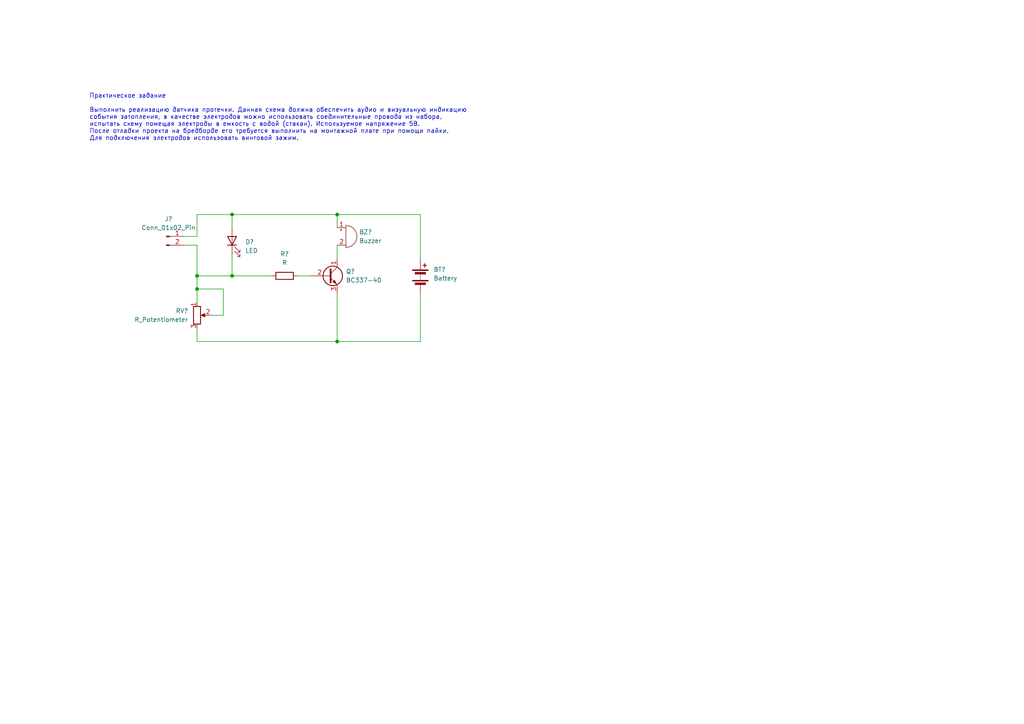
<source format=kicad_sch>
(kicad_sch (version 20231120) (generator "eeschema") (generator_version "8.0")
  (paper "A4")
  (lib_symbols
    (symbol "Connector:Conn_01x02_Pin" (pin_names (offset 1.016) hide)
      (property "Reference" "J" (at 0 2.54 0))
      (property "Value" "Conn_01x02_Pin" (at 0 -5.08 0))
      (symbol "Conn_01x02_Pin_1_1"
        (polyline (pts (xy 1.27 -2.54) (xy 0.8636 -2.54)) (stroke (width 0.1524)))
        (polyline (pts (xy 1.27 0) (xy 0.8636 0)) (stroke (width 0.1524)))
        (rectangle (start 0.8636 -2.413) (end 0 -2.667) (stroke (width 0.1524)) (fill (type outline)))
        (rectangle (start 0.8636 0.127) (end 0 -0.127) (stroke (width 0.1524)) (fill (type outline)))
        (pin passive line (at 5.08 0 180) (length 3.81) (name "Pin_1") (number "1"))
        (pin passive line (at 5.08 -2.54 180) (length 3.81) (name "Pin_2") (number "2"))
      )
    )
    (symbol "Device:Battery" (pin_numbers hide) (pin_names (offset 0) hide)
      (property "Reference" "BT" (at 2.54 2.54 0))
      (property "Value" "Battery" (at 2.54 0 0))
      (symbol "Battery_0_1"
        (rectangle (start -2.286 -1.27) (end 2.286 -1.524) (fill (type outline)))
        (rectangle (start -2.286 1.778) (end 2.286 1.524) (fill (type outline)))
        (rectangle (start -1.524 -2.032) (end 1.524 -2.54) (fill (type outline)))
        (rectangle (start -1.524 1.016) (end 1.524 0.508) (fill (type outline)))
        (polyline (pts (xy 0 -1.016) (xy 0 -0.762)))
        (polyline (pts (xy 0 -0.508) (xy 0 -0.254)))
        (polyline (pts (xy 0 0) (xy 0 0.254)))
        (polyline (pts (xy 0 1.778) (xy 0 2.54)))
        (polyline (pts (xy 0.762 3.048) (xy 1.778 3.048)) (stroke (width 0.254)))
        (polyline (pts (xy 1.27 3.556) (xy 1.27 2.54)) (stroke (width 0.254)))
      )
      (symbol "Battery_1_1"
        (pin passive line (at 0 5.08 270) (length 2.54) (name "+") (number "1"))
        (pin passive line (at 0 -5.08 90) (length 2.54) (name "-") (number "2"))
      )
    )
    (symbol "Device:Buzzer" (pin_names (offset 0.0254) hide)
      (property "Reference" "BZ" (at 3.81 1.27 0))
      (property "Value" "Buzzer" (at 3.81 -1.27 0))
      (symbol "Buzzer_0_1"
        (arc (start 0 -3.175) (mid 3.1612 0) (end 0 3.175))
        (polyline (pts (xy -1.651 1.905) (xy -1.143 1.905)))
        (polyline (pts (xy -1.397 2.159) (xy -1.397 1.651)))
        (polyline (pts (xy 0 3.175) (xy 0 -3.175)))
      )
      (symbol "Buzzer_1_1"
        (pin passive line (at -2.54 2.54 0) (length 2.54) (name "+") (number "1"))
        (pin passive line (at -2.54 -2.54 0) (length 2.54) (name "-") (number "2"))
      )
    )
    (symbol "Device:LED" (pin_numbers hide) (pin_names (offset 1.016) hide)
      (property "Reference" "D" (at 0 2.54 0))
      (property "Value" "LED" (at 0 -2.54 0))
      (symbol "LED_0_1"
        (polyline (pts (xy -1.27 -1.27) (xy -1.27 1.27)) (stroke (width 0.254)))
        (polyline (pts (xy -1.27 0) (xy 1.27 0)))
        (polyline (pts (xy 1.27 -1.27) (xy 1.27 1.27) (xy -1.27 0) (xy 1.27 -1.27)) (stroke (width 0.254)))
        (polyline (pts (xy -3.048 -0.762) (xy -4.572 -2.286) (xy -3.81 -2.286) (xy -4.572 -2.286) (xy -4.572 -1.524)))
        (polyline (pts (xy -1.778 -0.762) (xy -3.302 -2.286) (xy -2.54 -2.286) (xy -3.302 -2.286) (xy -3.302 -1.524)))
      )
      (symbol "LED_1_1"
        (pin passive line (at -3.81 0 0) (length 2.54) (name "K") (number "1"))
        (pin passive line (at 3.81 0 180) (length 2.54) (name "A") (number "2"))
      )
    )
    (symbol "Device:R" (pin_numbers hide) (pin_names (offset 0))
      (property "Reference" "R" (at 2.032 0 90))
      (property "Value" "R" (at 0 0 90))
      (symbol "R_0_1"
        (rectangle (start -1.016 -2.54) (end 1.016 2.54) (stroke (width 0.254)))
      )
      (symbol "R_1_1"
        (pin passive line (at 0 3.81 270) (length 1.27) (name "~") (number "1"))
        (pin passive line (at 0 -3.81 90) (length 1.27) (name "~") (number "2"))
      )
    )
    (symbol "Device:R_Potentiometer" (pin_names (offset 1.016) hide)
      (property "Reference" "RV" (at -4.445 0 90))
      (property "Value" "R_Potentiometer" (at -2.54 0 90))
      (symbol "R_Potentiometer_0_1"
        (polyline (pts (xy 2.54 0) (xy 1.524 0)))
        (polyline (pts (xy 1.143 0) (xy 2.286 0.508) (xy 2.286 -0.508) (xy 1.143 0)) (fill (type outline)))
        (rectangle (start 1.016 2.54) (end -1.016 -2.54) (stroke (width 0.254)))
      )
      (symbol "R_Potentiometer_1_1"
        (pin passive line (at 0 3.81 270) (length 1.27) (name "1") (number "1"))
        (pin passive line (at 3.81 0 180) (length 1.27) (name "2") (number "2"))
        (pin passive line (at 0 -3.81 90) (length 1.27) (name "3") (number "3"))
      )
    )
    (symbol "Transistor_BJT:BC337" (pin_names (offset 0) hide)
      (property "Reference" "Q" (at 5.08 1.905 0))
      (property "Value" "BC337" (at 5.08 0 0))
      (symbol "BC337_0_1"
        (polyline (pts (xy 0 0) (xy 0.635 0)))
        (polyline (pts (xy 0.635 0.635) (xy 2.54 2.54)))
        (polyline (pts (xy 0.635 -0.635) (xy 2.54 -2.54) (xy 2.54 -2.54)))
        (polyline (pts (xy 0.635 1.905) (xy 0.635 -1.905) (xy 0.635 -1.905)) (stroke (width 0.508)))
        (polyline (pts (xy 1.27 -1.778) (xy 1.778 -1.27) (xy 2.286 -2.286) (xy 1.27 -1.778) (xy 1.27 -1.778)) (fill (type outline)))
        (circle (center 1.27 0) (radius 2.8194) (stroke (width 0.254)))
      )
      (symbol "BC337_1_1"
        (pin passive line (at 2.54 5.08 270) (length 2.54) (name "C") (number "1"))
        (pin input line (at -5.08 0 0) (length 5.08) (name "B") (number "2"))
        (pin passive line (at 2.54 -5.08 90) (length 2.54) (name "E") (number "3"))
      )
    )
  )
  (junction (at 67.31 62.23))
  (junction (at 57.15 83.82))
  (junction (at 57.15 80.01))
  (junction (at 67.31 80.01))
  (junction (at 97.79 99.06))
  (junction (at 97.79 62.23))
  (wire (pts (xy 67.31 62.23) (xy 97.79 62.23)))
  (wire (pts (xy 121.92 99.06) (xy 97.79 99.06)))
  (wire (pts (xy 97.79 85.09) (xy 97.79 99.06)))
  (wire (pts (xy 57.15 99.06) (xy 97.79 99.06)))
  (wire (pts (xy 67.31 73.66) (xy 67.31 80.01)))
  (wire (pts (xy 57.15 62.23) (xy 67.31 62.23)))
  (wire (pts (xy 53.34 68.58) (xy 57.15 68.58)))
  (wire (pts (xy 57.15 71.12) (xy 57.15 80.01)))
  (wire (pts (xy 97.79 62.23) (xy 121.92 62.23)))
  (wire (pts (xy 60.96 91.44) (xy 64.77 91.44)))
  (wire (pts (xy 57.15 83.82) (xy 57.15 80.01)))
  (wire (pts (xy 67.31 62.23) (xy 67.31 66.04)))
  (wire (pts (xy 97.79 71.12) (xy 97.79 74.93)))
  (wire (pts (xy 57.15 80.01) (xy 67.31 80.01)))
  (wire (pts (xy 57.15 95.25) (xy 57.15 99.06)))
  (wire (pts (xy 121.92 74.93) (xy 121.92 62.23)))
  (wire (pts (xy 53.34 71.12) (xy 57.15 71.12)))
  (wire (pts (xy 57.15 83.82) (xy 57.15 87.63)))
  (wire (pts (xy 64.77 83.82) (xy 57.15 83.82)))
  (wire (pts (xy 86.36 80.01) (xy 90.17 80.01)))
  (wire (pts (xy 57.15 68.58) (xy 57.15 62.23)))
  (wire (pts (xy 64.77 91.44) (xy 64.77 83.82)))
  (wire (pts (xy 97.79 62.23) (xy 97.79 66.04)))
  (wire (pts (xy 67.31 80.01) (xy 78.74 80.01)))
  (wire (pts (xy 121.92 85.09) (xy 121.92 99.06)))
  (text "Практическое задание\n\nВыполнить реализацию датчика протечки. Данная схема должна обеспечить аудио и визуальную индикацию\nсобытия затопления, в качестве электродов можно использовать соединительные провода из набора, \nиспытать схему помещая электроды в емкость с водой (стакан). Используемое напряжение 5В. \nПосле отладки проекта на бредборде его требуется выполнить на монтажной плате при помощи пайки. \nДля подключения электродов использовать винтовой зажим." (at 25.908 27.178 0) (effects (font (size 1.27 1.27)) (justify left top)))
  (symbol (lib_id "Device:R_Potentiometer") (at 57.15 91.44 0) (unit 1)
    (property "Reference" "RV?" (at 54.61 90.1699 0) (effects (justify right)))
    (property "Value" "R_Potentiometer" (at 54.61 92.7099 0) (effects (justify right)))
    (property "Footprint" "Potentiometer_THT:Potentiometer_Bourns_3266Y_Vertical" (effects (hide yes)))
    (property "Description" "Potentiometer" (effects (hide yes)))
  )
  (symbol (lib_id "Device:Buzzer") (at 100.33 68.58 0) (unit 1)
    (property "Reference" "BZ?" (at 104.14 67.3099 0) (effects (justify left)))
    (property "Value" "Buzzer" (at 104.14 69.8499 0) (effects (justify left)))
    (property "Footprint" "Buzzer_Beeper:Buzzer_15x7.5RM7.6" (effects (hide yes)))
    (property "Description" "Buzzer, polarized" (effects (hide yes)))
  )
  (symbol (lib_id "Device:R") (at 82.55 80.01 270) (unit 1)
    (property "Reference" "R?" (at 82.55 73.66 90))
    (property "Value" "R" (at 82.55 76.2 90))
    (property "Footprint" "Resistor_THT:R_Axial_DIN0207_L6.3mm_D2.5mm_P10.16mm_Horizontal" (effects (hide yes)))
    (property "Description" "Resistor" (effects (hide yes)))
  )
  (symbol (lib_id "Device:LED") (at 67.31 69.85 90) (unit 1)
    (property "Reference" "D?" (at 71.12 70.1674 90) (effects (justify right)))
    (property "Value" "LED" (at 71.12 72.7074 90) (effects (justify right)))
    (property "Footprint" "LED_THT:LED_D5.0mm" (effects (hide yes)))
    (property "Description" "Light emitting diode" (effects (hide yes)))
  )
  (symbol (lib_id "Device:Battery") (at 121.92 80.01 0) (unit 1)
    (property "Reference" "BT?" (at 125.73 78.1684 0) (effects (justify left)))
    (property "Value" "Battery" (at 125.73 80.7084 0) (effects (justify left)))
    (property "Description" "Multiple-cell battery" (effects (hide yes)))
  )
  (symbol (lib_id "Transistor_BJT:BC337") (at 95.25 80.01 0) (unit 1)
    (property "Reference" "Q?" (at 100.33 78.7399 0) (effects (justify left)))
    (property "Value" "BC337-40" (at 100.33 81.2799 0) (effects (justify left)))
    (property "Footprint" "Package_TO_SOT_THT:TO-92_Inline" (effects (hide yes)))
    (property "Datasheet" "https://diotec.com/tl_files/diotec/files/pdf/datasheets/bc337.pdf" (effects (hide yes)))
    (property "Description" "0.8A Ic, 45V Vce, NPN Transistor, TO-92" (effects (hide yes)))
  )
  (symbol (lib_id "Connector:Conn_01x02_Pin") (at 48.26 68.58 0) (unit 1)
    (property "Reference" "J?" (at 48.895 63.5 0))
    (property "Value" "Conn_01x02_Pin" (at 48.895 66.04 0))
    (property "Footprint" "Connector_JST:JST_PH_B2B-PH-K_1x02_P2.00mm_Vertical" (effects (hide yes)))
    (property "Description" "Generic connector, single row, 01x02, script generated" (effects (hide yes)))
  )
)
</source>
